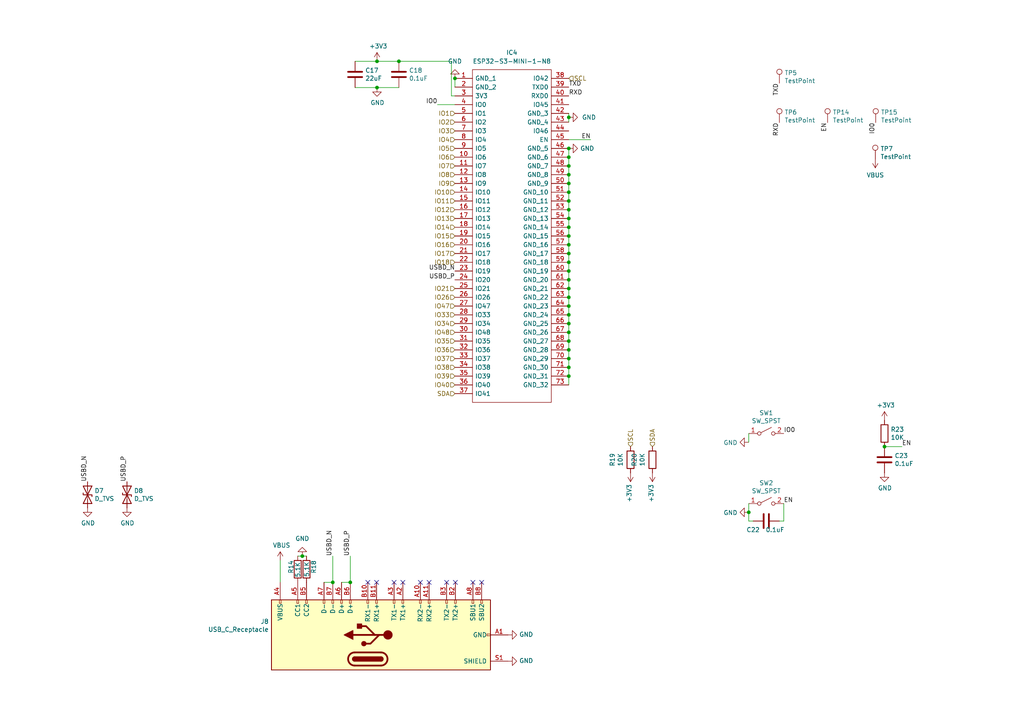
<source format=kicad_sch>
(kicad_sch (version 20211123) (generator eeschema)
  (paper "A4")
  (lib_symbols
    (symbol "Connector:TestPoint" (pin_numbers hide) (pin_names (offset 0.762) hide)
      (property "Reference" "TP" (at 0 6.858 0))
      (property "Value" "TestPoint" (at 0 5.08 0))
      (symbol "TestPoint_0_1"
        (circle (center 0 3.302) (radius 0.762))
      )
      (symbol "TestPoint_1_1"
        (pin passive line (at 0 0 90) (length 2.54) (name "1") (number "1"))
      )
    )
    (symbol "Device:C" (pin_numbers hide) (pin_names (offset 0.254))
      (property "Reference" "C" (at 0.635 2.54 0))
      (property "Value" "C" (at 0.635 -2.54 0))
      (symbol "C_0_1"
        (polyline (pts (xy -2.032 -0.762) (xy 2.032 -0.762)) (stroke (width 0.508)))
        (polyline (pts (xy -2.032 0.762) (xy 2.032 0.762)) (stroke (width 0.508)))
      )
      (symbol "C_1_1"
        (pin passive line (at 0 3.81 270) (length 2.794) (name "~") (number "1"))
        (pin passive line (at 0 -3.81 90) (length 2.794) (name "~") (number "2"))
      )
    )
    (symbol "Device:D_TVS" (pin_numbers hide) (pin_names (offset 1.016) hide)
      (property "Reference" "D" (at 0 2.54 0))
      (property "Value" "D_TVS" (at 0 -2.54 0))
      (symbol "D_TVS_0_1"
        (polyline (pts (xy 1.27 0) (xy -1.27 0)))
        (polyline (pts (xy 0.508 1.27) (xy 0 1.27) (xy 0 -1.27) (xy -0.508 -1.27)) (stroke (width 0.254)))
        (polyline (pts (xy -2.54 1.27) (xy -2.54 -1.27) (xy 2.54 1.27) (xy 2.54 -1.27) (xy -2.54 1.27)) (stroke (width 0.254)))
      )
      (symbol "D_TVS_1_1"
        (pin passive line (at -3.81 0 0) (length 2.54) (name "A1") (number "1"))
        (pin passive line (at 3.81 0 180) (length 2.54) (name "A2") (number "2"))
      )
    )
    (symbol "Device:R" (pin_numbers hide) (pin_names (offset 0))
      (property "Reference" "R" (at 2.032 0 90))
      (property "Value" "R" (at 0 0 90))
      (symbol "R_0_1"
        (rectangle (start -1.016 -2.54) (end 1.016 2.54) (stroke (width 0.254)))
      )
      (symbol "R_1_1"
        (pin passive line (at 0 3.81 270) (length 1.27) (name "~") (number "1"))
        (pin passive line (at 0 -3.81 90) (length 1.27) (name "~") (number "2"))
      )
    )
    (symbol "ESP32-S3-MINI-1-N8:ESP32-S3-MINI-1-N8" (pin_names (offset 0.762))
      (property "Reference" "IC" (at 29.21 7.62 0))
      (property "Value" "ESP32-S3-MINI-1-N8" (at 29.21 5.08 0))
      (symbol "ESP32-S3-MINI-1-N8_0_0"
        (pin passive line (at 0 0 0) (length 5.08) (name "GND_1") (number "1"))
        (pin passive line (at 0 -22.86 0) (length 5.08) (name "IO6") (number "10"))
        (pin passive line (at 0 -25.4 0) (length 5.08) (name "IO7") (number "11"))
        (pin passive line (at 0 -27.94 0) (length 5.08) (name "IO8") (number "12"))
        (pin passive line (at 0 -30.48 0) (length 5.08) (name "IO9") (number "13"))
        (pin passive line (at 0 -33.02 0) (length 5.08) (name "IO10") (number "14"))
        (pin passive line (at 0 -35.56 0) (length 5.08) (name "IO11") (number "15"))
        (pin passive line (at 0 -38.1 0) (length 5.08) (name "IO12") (number "16"))
        (pin passive line (at 0 -40.64 0) (length 5.08) (name "IO13") (number "17"))
        (pin passive line (at 0 -43.18 0) (length 5.08) (name "IO14") (number "18"))
        (pin passive line (at 0 -45.72 0) (length 5.08) (name "IO15") (number "19"))
        (pin passive line (at 0 -2.54 0) (length 5.08) (name "GND_2") (number "2"))
        (pin passive line (at 0 -48.26 0) (length 5.08) (name "IO16") (number "20"))
        (pin passive line (at 0 -50.8 0) (length 5.08) (name "IO17") (number "21"))
        (pin passive line (at 0 -53.34 0) (length 5.08) (name "IO18") (number "22"))
        (pin passive line (at 0 -55.88 0) (length 5.08) (name "IO19") (number "23"))
        (pin passive line (at 0 -58.42 0) (length 5.08) (name "IO20") (number "24"))
        (pin passive line (at 0 -60.96 0) (length 5.08) (name "IO21") (number "25"))
        (pin passive line (at 0 -63.5 0) (length 5.08) (name "IO26") (number "26"))
        (pin passive line (at 0 -66.04 0) (length 5.08) (name "IO47") (number "27"))
        (pin passive line (at 0 -68.58 0) (length 5.08) (name "IO33") (number "28"))
        (pin passive line (at 0 -71.12 0) (length 5.08) (name "IO34") (number "29"))
        (pin passive line (at 0 -5.08 0) (length 5.08) (name "3V3") (number "3"))
        (pin passive line (at 0 -73.66 0) (length 5.08) (name "IO48") (number "30"))
        (pin passive line (at 0 -76.2 0) (length 5.08) (name "IO35") (number "31"))
        (pin passive line (at 0 -78.74 0) (length 5.08) (name "IO36") (number "32"))
        (pin passive line (at 0 -81.28 0) (length 5.08) (name "IO37") (number "33"))
        (pin passive line (at 0 -83.82 0) (length 5.08) (name "IO38") (number "34"))
        (pin passive line (at 0 -86.36 0) (length 5.08) (name "IO39") (number "35"))
        (pin passive line (at 0 -88.9 0) (length 5.08) (name "IO40") (number "36"))
        (pin passive line (at 0 -91.44 0) (length 5.08) (name "IO41") (number "37"))
        (pin passive line (at 33.02 0 180) (length 5.08) (name "IO42") (number "38"))
        (pin passive line (at 33.02 -2.54 180) (length 5.08) (name "TXD0") (number "39"))
        (pin passive line (at 0 -7.62 0) (length 5.08) (name "IO0") (number "4"))
        (pin passive line (at 33.02 -5.08 180) (length 5.08) (name "RXD0") (number "40"))
        (pin passive line (at 33.02 -7.62 180) (length 5.08) (name "IO45") (number "41"))
        (pin passive line (at 33.02 -10.16 180) (length 5.08) (name "GND_3") (number "42"))
        (pin passive line (at 33.02 -12.7 180) (length 5.08) (name "GND_4") (number "43"))
        (pin passive line (at 33.02 -15.24 180) (length 5.08) (name "IO46") (number "44"))
        (pin passive line (at 33.02 -17.78 180) (length 5.08) (name "EN") (number "45"))
        (pin passive line (at 33.02 -20.32 180) (length 5.08) (name "GND_5") (number "46"))
        (pin passive line (at 33.02 -22.86 180) (length 5.08) (name "GND_6") (number "47"))
        (pin passive line (at 33.02 -25.4 180) (length 5.08) (name "GND_7") (number "48"))
        (pin passive line (at 33.02 -27.94 180) (length 5.08) (name "GND_8") (number "49"))
        (pin passive line (at 0 -10.16 0) (length 5.08) (name "IO1") (number "5"))
        (pin passive line (at 33.02 -30.48 180) (length 5.08) (name "GND_9") (number "50"))
        (pin passive line (at 33.02 -33.02 180) (length 5.08) (name "GND_10") (number "51"))
        (pin passive line (at 33.02 -35.56 180) (length 5.08) (name "GND_11") (number "52"))
        (pin passive line (at 33.02 -38.1 180) (length 5.08) (name "GND_12") (number "53"))
        (pin passive line (at 33.02 -40.64 180) (length 5.08) (name "GND_13") (number "54"))
        (pin passive line (at 33.02 -43.18 180) (length 5.08) (name "GND_14") (number "55"))
        (pin passive line (at 33.02 -45.72 180) (length 5.08) (name "GND_15") (number "56"))
        (pin passive line (at 33.02 -48.26 180) (length 5.08) (name "GND_16") (number "57"))
        (pin passive line (at 33.02 -50.8 180) (length 5.08) (name "GND_17") (number "58"))
        (pin passive line (at 33.02 -53.34 180) (length 5.08) (name "GND_18") (number "59"))
        (pin passive line (at 0 -12.7 0) (length 5.08) (name "IO2") (number "6"))
        (pin passive line (at 33.02 -55.88 180) (length 5.08) (name "GND_19") (number "60"))
        (pin passive line (at 33.02 -58.42 180) (length 5.08) (name "GND_20") (number "61"))
        (pin passive line (at 33.02 -60.96 180) (length 5.08) (name "GND_21") (number "62"))
        (pin passive line (at 33.02 -63.5 180) (length 5.08) (name "GND_22") (number "63"))
        (pin passive line (at 33.02 -66.04 180) (length 5.08) (name "GND_23") (number "64"))
        (pin passive line (at 33.02 -68.58 180) (length 5.08) (name "GND_24") (number "65"))
        (pin passive line (at 33.02 -71.12 180) (length 5.08) (name "GND_25") (number "66"))
        (pin passive line (at 33.02 -73.66 180) (length 5.08) (name "GND_26") (number "67"))
        (pin passive line (at 33.02 -76.2 180) (length 5.08) (name "GND_27") (number "68"))
        (pin passive line (at 33.02 -78.74 180) (length 5.08) (name "GND_28") (number "69"))
        (pin passive line (at 0 -15.24 0) (length 5.08) (name "IO3") (number "7"))
        (pin passive line (at 33.02 -81.28 180) (length 5.08) (name "GND_29") (number "70"))
        (pin passive line (at 33.02 -83.82 180) (length 5.08) (name "GND_30") (number "71"))
        (pin passive line (at 33.02 -86.36 180) (length 5.08) (name "GND_31") (number "72"))
        (pin passive line (at 33.02 -88.9 180) (length 5.08) (name "GND_32") (number "73"))
        (pin passive line (at 0 -17.78 0) (length 5.08) (name "IO4") (number "8"))
        (pin passive line (at 0 -20.32 0) (length 5.08) (name "IO5") (number "9"))
      )
      (symbol "ESP32-S3-MINI-1-N8_0_1"
        (polyline (pts (xy 5.08 2.54) (xy 27.94 2.54) (xy 27.94 -93.98) (xy 5.08 -93.98) (xy 5.08 2.54)) (stroke (width 0.1524)))
      )
    )
    (symbol "SmallKat-v2-rescue:+3.3V-power" (power) (pin_names (offset 0))
      (property "Value" "+3.3V-power" (at 0 3.556 0))
      (symbol "+3.3V-power_0_1"
        (polyline (pts (xy -0.762 1.27) (xy 0 2.54)))
        (polyline (pts (xy 0 0) (xy 0 2.54)))
        (polyline (pts (xy 0 2.54) (xy 0.762 1.27)))
      )
      (symbol "+3.3V-power_1_1"
        (pin power_in line (at 0 0 90) (length 0) hide (name "+3V3") (number "1"))
      )
    )
    (symbol "SmallKat-v2-rescue:USB_C_Receptacle-Connector-SmallKat-v2-rescue-SmallKat-v2-rescue-SmallKat-v2-rescue-SmallKat-v2-rescue-SmallKat-v2-rescue-SmallKat-v2-rescue-SmallKat-v2-rescue-SmallKat-v2-rescue-SmallKat-v2-rescue-SmallKat-v2-rescue-SmallKat-v2-rescue-SmallKat-v2-rescue-SmallKat-v2-rescue-SmallKat-v2-rescue" (pin_names (offset 1.016))
      (property "Reference" "J" (at -10.16 29.21 0))
      (property "Value" "SmallKat-v2-rescue_USB_C_Receptacle-Connector-SmallKat-v2-rescue-SmallKat-v2-rescue-SmallKat-v2-rescue-SmallKat-v2-rescue-SmallKat-v2-rescue-SmallKat-v2-rescue-SmallKat-v2-rescue-SmallKat-v2-rescue-SmallKat-v2-rescue-SmallKat-v2-rescue-SmallKat-v2-rescue-SmallKat-v2-rescue-SmallKat-v2-rescue-SmallKat-v2-rescue" (at 10.16 29.21 0))
      (symbol "USB_C_Receptacle-Connector-SmallKat-v2-rescue-SmallKat-v2-rescue-SmallKat-v2-rescue-SmallKat-v2-rescue-SmallKat-v2-rescue-SmallKat-v2-rescue-SmallKat-v2-rescue-SmallKat-v2-rescue-SmallKat-v2-rescue-SmallKat-v2-rescue-SmallKat-v2-rescue-SmallKat-v2-rescue-SmallKat-v2-rescue-SmallKat-v2-rescue_0_0"
        (rectangle (start -0.254 -35.56) (end 0.254 -34.544))
        (rectangle (start 10.16 -32.766) (end 9.144 -33.274))
        (rectangle (start 10.16 -30.226) (end 9.144 -30.734))
        (rectangle (start 10.16 -25.146) (end 9.144 -25.654))
        (rectangle (start 10.16 -22.606) (end 9.144 -23.114))
        (rectangle (start 10.16 -17.526) (end 9.144 -18.034))
        (rectangle (start 10.16 -14.986) (end 9.144 -15.494))
        (rectangle (start 10.16 -9.906) (end 9.144 -10.414))
        (rectangle (start 10.16 -7.366) (end 9.144 -7.874))
        (rectangle (start 10.16 -2.286) (end 9.144 -2.794))
        (rectangle (start 10.16 0.254) (end 9.144 -0.254))
        (rectangle (start 10.16 5.334) (end 9.144 4.826))
        (rectangle (start 10.16 7.874) (end 9.144 7.366))
        (rectangle (start 10.16 10.414) (end 9.144 9.906))
        (rectangle (start 10.16 12.954) (end 9.144 12.446))
        (rectangle (start 10.16 18.034) (end 9.144 17.526))
        (rectangle (start 10.16 20.574) (end 9.144 20.066))
        (rectangle (start 10.16 25.654) (end 9.144 25.146))
      )
      (symbol "USB_C_Receptacle-Connector-SmallKat-v2-rescue-SmallKat-v2-rescue-SmallKat-v2-rescue-SmallKat-v2-rescue-SmallKat-v2-rescue-SmallKat-v2-rescue-SmallKat-v2-rescue-SmallKat-v2-rescue-SmallKat-v2-rescue-SmallKat-v2-rescue-SmallKat-v2-rescue-SmallKat-v2-rescue-SmallKat-v2-rescue-SmallKat-v2-rescue_0_1"
        (rectangle (start -10.16 27.94) (end 10.16 -35.56) (stroke (width 0.254)) (fill (type background)))
        (arc (start -8.89 -3.81) (mid -6.985 -5.715) (end -5.08 -3.81) (stroke (width 0.508)))
        (arc (start -7.62 -3.81) (mid -6.985 -4.445) (end -6.35 -3.81) (stroke (width 0.254)))
        (arc (start -7.62 -3.81) (mid -6.985 -4.445) (end -6.35 -3.81) (stroke (width 0.254)) (fill (type outline)))
        (rectangle (start -7.62 -3.81) (end -6.35 3.81) (stroke (width 0.254)) (fill (type outline)))
        (arc (start -6.35 3.81) (mid -6.985 4.445) (end -7.62 3.81) (stroke (width 0.254)))
        (arc (start -6.35 3.81) (mid -6.985 4.445) (end -7.62 3.81) (stroke (width 0.254)) (fill (type outline)))
        (arc (start -5.08 3.81) (mid -6.985 5.715) (end -8.89 3.81) (stroke (width 0.508)))
        (polyline (pts (xy -8.89 -3.81) (xy -8.89 3.81)) (stroke (width 0.508)))
        (polyline (pts (xy -5.08 3.81) (xy -5.08 -3.81)) (stroke (width 0.508)))
      )
      (symbol "USB_C_Receptacle-Connector-SmallKat-v2-rescue-SmallKat-v2-rescue-SmallKat-v2-rescue-SmallKat-v2-rescue-SmallKat-v2-rescue-SmallKat-v2-rescue-SmallKat-v2-rescue-SmallKat-v2-rescue-SmallKat-v2-rescue-SmallKat-v2-rescue-SmallKat-v2-rescue-SmallKat-v2-rescue-SmallKat-v2-rescue-SmallKat-v2-rescue_1_1"
        (circle (center -2.54 1.143) (radius 0.635) (stroke (width 0.254)) (fill (type outline)))
        (circle (center 0 -5.842) (radius 1.27) (fill (type outline)))
        (polyline (pts (xy 0 -5.842) (xy 0 4.318)) (stroke (width 0.508)))
        (polyline (pts (xy 0 -3.302) (xy -2.54 -0.762) (xy -2.54 0.508)) (stroke (width 0.508)))
        (polyline (pts (xy 0 -2.032) (xy 2.54 0.508) (xy 2.54 1.778)) (stroke (width 0.508)))
        (polyline (pts (xy -1.27 4.318) (xy 0 6.858) (xy 1.27 4.318) (xy -1.27 4.318)) (stroke (width 0.254)) (fill (type outline)))
        (rectangle (start 1.905 1.778) (end 3.175 3.048) (stroke (width 0.254)) (fill (type outline)))
        (pin power_in line (at 0 -40.64 90) (length 5.08) (name "GND") (number "A1"))
        (pin bidirectional line (at 15.24 -15.24 180) (length 5.08) (name "RX2-") (number "A10"))
        (pin bidirectional line (at 15.24 -17.78 180) (length 5.08) (name "RX2+") (number "A11"))
        (pin passive line (at 0 -40.64 90) (length 5.08) hide (name "GND") (number "A12"))
        (pin bidirectional line (at 15.24 -10.16 180) (length 5.08) (name "TX1+") (number "A2"))
        (pin bidirectional line (at 15.24 -7.62 180) (length 5.08) (name "TX1-") (number "A3"))
        (pin power_in line (at 15.24 25.4 180) (length 5.08) (name "VBUS") (number "A4"))
        (pin bidirectional line (at 15.24 20.32 180) (length 5.08) (name "CC1") (number "A5"))
        (pin bidirectional line (at 15.24 7.62 180) (length 5.08) (name "D+") (number "A6"))
        (pin bidirectional line (at 15.24 12.7 180) (length 5.08) (name "D-") (number "A7"))
        (pin bidirectional line (at 15.24 -30.48 180) (length 5.08) (name "SBU1") (number "A8"))
        (pin passive line (at 15.24 25.4 180) (length 5.08) hide (name "VBUS") (number "A9"))
        (pin passive line (at 0 -40.64 90) (length 5.08) hide (name "GND") (number "B1"))
        (pin bidirectional line (at 15.24 0 180) (length 5.08) (name "RX1-") (number "B10"))
        (pin bidirectional line (at 15.24 -2.54 180) (length 5.08) (name "RX1+") (number "B11"))
        (pin passive line (at 0 -40.64 90) (length 5.08) hide (name "GND") (number "B12"))
        (pin bidirectional line (at 15.24 -25.4 180) (length 5.08) (name "TX2+") (number "B2"))
        (pin bidirectional line (at 15.24 -22.86 180) (length 5.08) (name "TX2-") (number "B3"))
        (pin passive line (at 15.24 25.4 180) (length 5.08) hide (name "VBUS") (number "B4"))
        (pin bidirectional line (at 15.24 17.78 180) (length 5.08) (name "CC2") (number "B5"))
        (pin bidirectional line (at 15.24 5.08 180) (length 5.08) (name "D+") (number "B6"))
        (pin bidirectional line (at 15.24 10.16 180) (length 5.08) (name "D-") (number "B7"))
        (pin bidirectional line (at 15.24 -33.02 180) (length 5.08) (name "SBU2") (number "B8"))
        (pin passive line (at 15.24 25.4 180) (length 5.08) hide (name "VBUS") (number "B9"))
        (pin passive line (at -7.62 -40.64 90) (length 5.08) (name "SHIELD") (number "S1"))
      )
    )
    (symbol "Switch:SW_SPST" (pin_names (offset 0) hide)
      (property "Reference" "SW" (at 0 3.175 0))
      (property "Value" "SW_SPST" (at 0 -2.54 0))
      (symbol "SW_SPST_0_0"
        (circle (center -2.032 0) (radius 0.508))
        (polyline (pts (xy -1.524 0.254) (xy 1.524 1.778)))
        (circle (center 2.032 0) (radius 0.508))
      )
      (symbol "SW_SPST_1_1"
        (pin passive line (at -5.08 0 0) (length 2.54) (name "A") (number "1"))
        (pin passive line (at 5.08 0 180) (length 2.54) (name "B") (number "2"))
      )
    )
    (symbol "power:GND" (power) (pin_names (offset 0))
      (property "Value" "GND" (at 0 -3.81 0))
      (symbol "GND_0_1"
        (polyline (pts (xy 0 0) (xy 0 -1.27) (xy 1.27 -1.27) (xy 0 -2.54) (xy -1.27 -1.27) (xy 0 -1.27)))
      )
      (symbol "GND_1_1"
        (pin power_in line (at 0 0 270) (length 0) hide (name "GND") (number "1"))
      )
    )
    (symbol "power:VBUS" (power) (pin_names (offset 0))
      (property "Value" "VBUS" (at 0 3.81 0))
      (symbol "VBUS_0_1"
        (polyline (pts (xy -0.762 1.27) (xy 0 2.54)))
        (polyline (pts (xy 0 0) (xy 0 2.54)))
        (polyline (pts (xy 0 2.54) (xy 0.762 1.27)))
      )
      (symbol "VBUS_1_1"
        (pin power_in line (at 0 0 90) (length 0) hide (name "VBUS") (number "1"))
      )
    )
  )
  (junction (at 164.973 60.833))
  (junction (at 164.973 76.073))
  (junction (at 164.973 58.293))
  (junction (at 164.973 88.773))
  (junction (at 164.973 104.013))
  (junction (at 115.697 17.78))
  (junction (at 131.953 22.733))
  (junction (at 164.973 68.453))
  (junction (at 164.973 106.553))
  (junction (at 164.973 109.093))
  (junction (at 164.973 53.213))
  (junction (at 164.973 96.393))
  (junction (at 164.973 101.473))
  (junction (at 164.973 83.693))
  (junction (at 164.973 78.613))
  (junction (at 164.973 55.753))
  (junction (at 164.973 98.933))
  (junction (at 101.6 168.91))
  (junction (at 109.347 25.4))
  (junction (at 164.973 73.533))
  (junction (at 164.973 43.053))
  (junction (at 164.973 93.853))
  (junction (at 87.6808 161.29))
  (junction (at 164.973 86.233))
  (junction (at 164.973 81.153))
  (junction (at 164.973 63.373))
  (junction (at 164.973 91.313))
  (junction (at 164.973 34.036))
  (junction (at 164.973 48.133))
  (junction (at 217.17 148.59))
  (junction (at 164.973 45.593))
  (junction (at 164.973 65.913))
  (junction (at 164.973 70.993))
  (junction (at 96.52 168.91))
  (junction (at 109.347 17.78))
  (junction (at 256.54 129.54))
  (junction (at 164.973 50.673))
  (no_connect (at 106.68 168.91))
  (no_connect (at 129.54 168.91))
  (no_connect (at 124.46 168.91))
  (no_connect (at 132.08 168.91))
  (no_connect (at 109.22 168.91))
  (no_connect (at 121.92 168.91))
  (no_connect (at 137.16 168.91))
  (no_connect (at 139.7 168.91))
  (no_connect (at 116.84 168.91))
  (no_connect (at 114.3 168.91))
  (wire (pts (xy 164.973 81.153) (xy 164.973 83.693)))
  (wire (pts (xy 164.973 101.473) (xy 164.973 104.013)))
  (wire (pts (xy 164.973 40.513) (xy 171.323 40.513)))
  (wire (pts (xy 164.973 106.553) (xy 164.973 109.093)))
  (wire (pts (xy 131.953 22.733) (xy 131.953 25.273)))
  (wire (pts (xy 164.973 48.133) (xy 164.973 50.673)))
  (wire (pts (xy 109.347 17.78) (xy 115.697 17.78)))
  (wire (pts (xy 164.973 45.593) (xy 164.973 48.133)))
  (wire (pts (xy 164.973 83.693) (xy 164.973 86.233)))
  (wire (pts (xy 101.6 161.29) (xy 101.6 168.91)))
  (wire (pts (xy 164.973 53.213) (xy 164.973 55.753)))
  (wire (pts (xy 164.973 58.293) (xy 164.973 60.833)))
  (wire (pts (xy 256.54 129.54) (xy 261.62 129.54)))
  (wire (pts (xy 217.17 151.13) (xy 218.44 151.13)))
  (wire (pts (xy 164.973 91.313) (xy 164.973 93.853)))
  (wire (pts (xy 102.997 17.78) (xy 109.347 17.78)))
  (wire (pts (xy 81.28 168.91) (xy 81.28 162.56)))
  (wire (pts (xy 217.17 146.05) (xy 217.17 148.59)))
  (wire (pts (xy 164.973 63.373) (xy 164.973 65.913)))
  (wire (pts (xy 96.52 161.29) (xy 96.52 168.91)))
  (wire (pts (xy 164.973 76.073) (xy 164.973 78.613)))
  (wire (pts (xy 164.973 55.753) (xy 164.973 58.293)))
  (wire (pts (xy 217.17 148.59) (xy 217.17 151.13)))
  (wire (pts (xy 131.953 30.353) (xy 126.873 30.353)))
  (wire (pts (xy 227.33 146.05) (xy 227.33 151.13)))
  (wire (pts (xy 115.697 25.4) (xy 109.347 25.4)))
  (wire (pts (xy 130.937 27.813) (xy 131.953 27.813)))
  (wire (pts (xy 164.973 65.913) (xy 164.973 68.453)))
  (wire (pts (xy 164.973 50.673) (xy 164.973 53.213)))
  (wire (pts (xy 164.973 70.993) (xy 164.973 73.533)))
  (wire (pts (xy 164.973 78.613) (xy 164.973 81.153)))
  (wire (pts (xy 87.6808 161.29) (xy 88.9 161.29)))
  (wire (pts (xy 99.06 168.91) (xy 101.6 168.91)))
  (wire (pts (xy 227.33 151.13) (xy 226.06 151.13)))
  (wire (pts (xy 164.973 43.053) (xy 164.973 45.593)))
  (wire (pts (xy 164.973 88.773) (xy 164.973 91.313)))
  (wire (pts (xy 96.52 168.91) (xy 93.98 168.91)))
  (wire (pts (xy 164.973 98.933) (xy 164.973 101.473)))
  (wire (pts (xy 164.973 93.853) (xy 164.973 96.393)))
  (wire (pts (xy 164.973 104.013) (xy 164.973 106.553)))
  (wire (pts (xy 164.973 68.453) (xy 164.973 70.993)))
  (wire (pts (xy 164.973 109.093) (xy 164.973 111.633)))
  (wire (pts (xy 164.973 86.233) (xy 164.973 88.773)))
  (wire (pts (xy 164.973 60.833) (xy 164.973 63.373)))
  (wire (pts (xy 86.36 161.29) (xy 87.6808 161.29)))
  (wire (pts (xy 164.973 32.893) (xy 164.973 34.036)))
  (wire (pts (xy 164.973 73.533) (xy 164.973 76.073)))
  (wire (pts (xy 164.973 34.036) (xy 164.973 35.433)))
  (wire (pts (xy 217.17 125.73) (xy 217.17 128.27)))
  (wire (pts (xy 164.973 96.393) (xy 164.973 98.933)))
  (wire (pts (xy 130.937 17.78) (xy 115.697 17.78)))
  (wire (pts (xy 109.347 25.4) (xy 102.997 25.4)))
  (wire (pts (xy 130.937 17.78) (xy 130.937 27.813)))
  (label "IO0" (at 227.33 125.73 0))
  (label "USBD_N" (at 131.953 78.613 180))
  (label "USBD_P" (at 101.6 161.29 90))
  (label "IO0" (at 254 35.56 270))
  (label "EN" (at 171.323 40.513 180))
  (label "USBD_N" (at 25.4 139.7 90))
  (label "USBD_N" (at 96.52 161.29 90))
  (label "EN" (at 240.03 35.56 270))
  (label "IO0" (at 126.873 30.353 180))
  (label "RXD" (at 226.06 35.56 270))
  (label "TXD" (at 226.06 24.13 270))
  (label "EN" (at 261.62 129.54 0))
  (label "RXD" (at 164.973 27.813 0))
  (label "TXD" (at 164.973 25.273 0))
  (label "USBD_P" (at 131.953 81.153 180))
  (label "EN" (at 227.33 146.05 0))
  (label "USBD_P" (at 36.83 139.7 90))
  (hierarchical_label "IO8" (shape input) (at 131.953 50.673 180))
  (hierarchical_label "IO39" (shape input) (at 131.953 109.093 180))
  (hierarchical_label "IO37" (shape input) (at 131.953 104.013 180))
  (hierarchical_label "IO36" (shape input) (at 131.953 101.473 180))
  (hierarchical_label "IO18" (shape input) (at 131.953 76.073 180))
  (hierarchical_label "IO1" (shape input) (at 131.953 32.893 180))
  (hierarchical_label "IO35" (shape input) (at 131.953 98.933 180))
  (hierarchical_label "IO38" (shape input) (at 131.953 106.553 180))
  (hierarchical_label "SCL" (shape input) (at 164.973 22.733 0))
  (hierarchical_label "IO16" (shape input) (at 131.953 70.993 180))
  (hierarchical_label "IO34" (shape input) (at 131.953 93.853 180))
  (hierarchical_label "IO12" (shape input) (at 131.953 60.833 180))
  (hierarchical_label "IO48" (shape input) (at 131.953 96.393 180))
  (hierarchical_label "SDA" (shape input) (at 189.23 129.54 90))
  (hierarchical_label "SCL" (shape input) (at 182.88 129.54 90))
  (hierarchical_label "IO2" (shape input) (at 131.953 35.433 180))
  (hierarchical_label "IO15" (shape input) (at 131.953 68.453 180))
  (hierarchical_label "IO40" (shape input) (at 131.953 111.633 180))
  (hierarchical_label "IO4" (shape input) (at 131.953 40.513 180))
  (hierarchical_label "IO3" (shape input) (at 131.953 37.973 180))
  (hierarchical_label "IO6" (shape input) (at 131.953 45.593 180))
  (hierarchical_label "SDA" (shape input) (at 131.953 114.173 180))
  (hierarchical_label "IO11" (shape input) (at 131.953 58.293 180))
  (hierarchical_label "IO33" (shape input) (at 131.953 91.313 180))
  (hierarchical_label "IO5" (shape input) (at 131.953 43.053 180))
  (hierarchical_label "IO17" (shape input) (at 131.953 73.533 180))
  (hierarchical_label "IO10" (shape input) (at 131.953 55.753 180))
  (hierarchical_label "IO47" (shape input) (at 131.953 88.773 180))
  (hierarchical_label "IO9" (shape input) (at 131.953 53.213 180))
  (hierarchical_label "IO13" (shape input) (at 131.953 63.373 180))
  (hierarchical_label "IO26" (shape input) (at 131.953 86.233 180))
  (hierarchical_label "IO7" (shape input) (at 131.953 48.133 180))
  (hierarchical_label "IO14" (shape input) (at 131.953 65.913 180))
  (hierarchical_label "IO21" (shape input) (at 131.953 83.693 180))
  (symbol (lib_id "Connector:TestPoint") (at 226.06 24.13 0) (unit 1)
    (property "Reference" "TP5" (at 227.5332 21.1328 0) (effects (justify left)))
    (property "Value" "TestPoint" (at 227.5332 23.4442 0) (effects (justify left)))
    (property "Footprint" "TestPoint:TestPoint_Pad_D2.0mm" (effects hide))
  )
  (symbol (lib_id "Connector:TestPoint") (at 226.06 35.56 0) (unit 1)
    (property "Reference" "TP6" (at 227.5332 32.5628 0) (effects (justify left)))
    (property "Value" "TestPoint" (at 227.5332 34.8742 0) (effects (justify left)))
    (property "Footprint" "TestPoint:TestPoint_Pad_D2.0mm" (effects hide))
  )
  (symbol (lib_id "Device:D_TVS") (at 25.4 143.51 270) (unit 1)
    (property "Reference" "D7" (at 27.4066 142.3416 90) (effects (justify left)))
    (property "Value" "D_TVS" (at 27.4066 144.653 90) (effects (justify left)))
    (property "Footprint" "Diode_SMD:D_SOD-523" (effects hide))
  )
  (symbol (lib_id "power:GND") (at 25.4 147.32 0) (unit 1)
    (property "Reference" "#PWR0138" (effects hide))
    (property "Value" "GND" (at 25.527 151.7142 0))
  )
  (symbol (lib_id "Device:D_TVS") (at 36.83 143.51 270) (unit 1)
    (property "Reference" "D8" (at 38.8366 142.3416 90) (effects (justify left)))
    (property "Value" "D_TVS" (at 38.8366 144.653 90) (effects (justify left)))
    (property "Footprint" "Diode_SMD:D_SOD-523" (effects hide))
  )
  (symbol (lib_id "power:GND") (at 36.83 147.32 0) (unit 1)
    (property "Reference" "#PWR0139" (effects hide))
    (property "Value" "GND" (at 36.957 151.7142 0))
  )
  (symbol (lib_id "power:GND") (at 147.32 184.15 90) (unit 1)
    (property "Reference" "#PWR0140" (effects hide))
    (property "Value" "GND" (at 150.5712 184.023 90) (effects (justify right)))
  )
  (symbol (lib_id "power:GND") (at 147.32 191.77 90) (unit 1)
    (property "Reference" "#PWR0141" (effects hide))
    (property "Value" "GND" (at 150.5712 191.643 90) (effects (justify right)))
  )
  (symbol (lib_id "power:GND") (at 217.17 128.27 270) (unit 1)
    (property "Reference" "#PWR0142" (effects hide))
    (property "Value" "GND" (at 213.9188 128.397 90) (effects (justify right)))
  )
  (symbol (lib_id "Device:C") (at 222.25 151.13 270) (unit 1)
    (property "Reference" "C22" (at 218.44 153.67 90))
    (property "Value" "0.1uF" (at 224.79 153.67 90))
    (property "Footprint" "Capacitor_SMD:C_0402_1005Metric" (effects hide))
  )
  (symbol (lib_id "power:GND") (at 217.17 148.59 270) (unit 1)
    (property "Reference" "#PWR0143" (effects hide))
    (property "Value" "GND" (at 213.9188 148.717 90) (effects (justify right)))
  )
  (symbol (lib_id "Device:C") (at 256.54 133.35 0) (unit 1)
    (property "Reference" "C23" (at 259.461 132.1816 0) (effects (justify left)))
    (property "Value" "0.1uF" (at 259.461 134.493 0) (effects (justify left)))
    (property "Footprint" "Capacitor_SMD:C_0402_1005Metric" (effects hide))
  )
  (symbol (lib_id "Device:R") (at 256.54 125.73 0) (unit 1)
    (property "Reference" "R23" (at 258.318 124.5616 0) (effects (justify left)))
    (property "Value" "10K" (at 258.318 126.873 0) (effects (justify left)))
    (property "Footprint" "Resistor_SMD:R_0402_1005Metric" (effects hide))
  )
  (symbol (lib_id "SmallKat-v2-rescue:+3.3V-power") (at 256.54 121.92 0) (unit 1)
    (property "Reference" "#PWR0144" (effects hide))
    (property "Value" "+3.3V" (at 256.921 117.5258 0))
  )
  (symbol (lib_id "power:GND") (at 256.54 137.16 0) (unit 1)
    (property "Reference" "#PWR0145" (effects hide))
    (property "Value" "GND" (at 256.667 141.5542 0))
  )
  (symbol (lib_id "Device:C") (at 115.697 21.59 0) (unit 1)
    (property "Reference" "C18" (at 118.618 20.4216 0) (effects (justify left)))
    (property "Value" "0.1uF" (at 118.618 22.733 0) (effects (justify left)))
    (property "Footprint" "Capacitor_SMD:C_0402_1005Metric" (effects hide))
  )
  (symbol (lib_id "Device:C") (at 102.997 21.59 0) (unit 1)
    (property "Reference" "C17" (at 105.918 20.4216 0) (effects (justify left)))
    (property "Value" "22uF" (at 105.918 22.733 0) (effects (justify left)))
    (property "Footprint" "Capacitor_SMD:C_0805_2012Metric" (effects hide))
  )
  (symbol (lib_id "power:GND") (at 109.347 25.4 0) (unit 1)
    (property "Reference" "#PWR0146" (effects hide))
    (property "Value" "GND" (at 109.474 29.7942 0))
  )
  (symbol (lib_id "SmallKat-v2-rescue:+3.3V-power") (at 109.347 17.78 0) (unit 1)
    (property "Reference" "#PWR0147" (effects hide))
    (property "Value" "+3.3V" (at 109.728 13.3858 0))
  )
  (symbol (lib_id "Switch:SW_SPST") (at 222.25 125.73 0) (unit 1)
    (property "Reference" "SW1" (at 222.25 119.761 0))
    (property "Value" "SW_SPST" (at 222.25 122.0724 0))
    (property "Footprint" "Button_Switch_SMD:SW_SPST_EVQPE1" (effects hide))
  )
  (symbol (lib_id "Switch:SW_SPST") (at 222.25 146.05 0) (unit 1)
    (property "Reference" "SW2" (at 222.25 140.081 0))
    (property "Value" "SW_SPST" (at 222.25 142.3924 0))
    (property "Footprint" "Button_Switch_SMD:SW_SPST_EVQPE1" (effects hide))
  )
  (symbol (lib_id "SmallKat-v2-rescue:USB_C_Receptacle-Connector-SmallKat-v2-rescue-SmallKat-v2-rescue-SmallKat-v2-rescue-SmallKat-v2-rescue-SmallKat-v2-rescue-SmallKat-v2-rescue-SmallKat-v2-rescue-SmallKat-v2-rescue-SmallKat-v2-rescue-SmallKat-v2-rescue-SmallKat-v2-rescue-SmallKat-v2-rescue-SmallKat-v2-rescue-SmallKat-v2-rescue") (at 106.68 184.15 90) (unit 1)
    (property "Reference" "J8" (at 77.978 180.2638 90) (effects (justify left)))
    (property "Value" "USB_C_Receptacle" (at 77.978 182.5752 90) (effects (justify left)))
    (property "Footprint" "C167321:C167321" (effects hide))
    (property "Datasheet" "https://www.usb.org/sites/default/files/documents/usb_type-c.zip" (effects hide))
  )
  (symbol (lib_id "power:VBUS") (at 81.28 162.56 0) (unit 1)
    (property "Reference" "#PWR0152" (effects hide))
    (property "Value" "VBUS" (at 81.661 158.1658 0))
  )
  (symbol (lib_id "Device:R") (at 182.88 133.35 0) (unit 1)
    (property "Reference" "R19" (at 177.6222 133.35 90))
    (property "Value" "10K" (at 179.9336 133.35 90))
    (property "Footprint" "Resistor_SMD:R_0402_1005Metric" (effects hide))
  )
  (symbol (lib_id "Device:R") (at 189.23 133.35 0) (unit 1)
    (property "Reference" "R20" (at 183.9722 133.35 90))
    (property "Value" "10K" (at 186.2836 133.35 90))
    (property "Footprint" "Resistor_SMD:R_0402_1005Metric" (effects hide))
  )
  (symbol (lib_id "SmallKat-v2-rescue:+3.3V-power") (at 182.88 137.16 180) (unit 1)
    (property "Reference" "#PWR0150" (effects hide))
    (property "Value" "+3.3V" (at 182.499 140.4112 90) (effects (justify left)))
  )
  (symbol (lib_id "SmallKat-v2-rescue:+3.3V-power") (at 189.23 137.16 180) (unit 1)
    (property "Reference" "#PWR0151" (effects hide))
    (property "Value" "+3.3V" (at 188.849 140.4112 90) (effects (justify left)))
  )
  (symbol (lib_id "Connector:TestPoint") (at 240.03 35.56 0) (unit 1)
    (property "Reference" "TP14" (at 241.5032 32.5628 0) (effects (justify left)))
    (property "Value" "TestPoint" (at 241.5032 34.8742 0) (effects (justify left)))
    (property "Footprint" "TestPoint:TestPoint_Pad_D2.0mm" (effects hide))
  )
  (symbol (lib_id "Connector:TestPoint") (at 254 35.56 0) (unit 1)
    (property "Reference" "TP15" (at 255.4732 32.5628 0) (effects (justify left)))
    (property "Value" "TestPoint" (at 255.4732 34.8742 0) (effects (justify left)))
    (property "Footprint" "TestPoint:TestPoint_Pad_D2.0mm" (effects hide))
  )
  (symbol (lib_id "ESP32-S3-MINI-1-N8:ESP32-S3-MINI-1-N8") (at 131.953 22.733 0) (unit 1)
    (property "Reference" "IC4" (at 148.463 15.24 0))
    (property "Value" "ESP32-S3-MINI-1-N8" (at 148.463 17.78 0))
    (property "Footprint" "ESP32-s3-wroom-mini:ESP32S3MINI1N8" (effects hide))
    (property "Datasheet" "https://www.espressif.com/sites/default/files/documentation/esp32-s3-mini-1_mini-1u_datasheet_en.pdf" (effects hide))
    (property "Description" "WiFi Development Tools - 802.11 [Engineering Samples] SMD Module, ESP32-S3FN8, 8 MB SPI Flash, PCB Antenna" (effects hide))
    (property "Height" "2.55" (effects hide))
    (property "Manufacturer_Name" "Espressif Systems" (effects hide))
    (property "Manufacturer_Part_Number" "ESP32-S3-MINI-1-N8" (effects hide))
    (property "Mouser Part Number" "356-ESP32-S3-MINI1N8" (effects hide))
    (property "Mouser Price/Stock" "https://www.mouser.co.uk/ProductDetail/Espressif-Systems/ESP32-S3-MINI-1-N8?qs=XAiT9M5g4x82rl6F%2FIYUQg%3D%3D" (effects hide))
  )
  (symbol (lib_id "power:GND") (at 164.973 43.053 90) (unit 1)
    (property "Reference" "#PWR0148" (effects hide))
    (property "Value" "GND" (at 168.275 43.0529 90) (effects (justify right)))
  )
  (symbol (lib_id "Device:R") (at 86.36 165.1 0) (unit 1)
    (property "Reference" "R14" (at 84.4042 166.3954 90) (effects (justify left)))
    (property "Value" "5.1K" (at 86.3854 167.513 90) (effects (justify left)))
    (property "Footprint" "Resistor_SMD:R_0402_1005Metric" (effects hide))
  )
  (symbol (lib_id "Device:R") (at 88.9 165.1 0) (unit 1)
    (property "Reference" "R18" (at 90.9828 166.3954 90) (effects (justify left)))
    (property "Value" "5.1K" (at 88.9762 167.386 90) (effects (justify left)))
    (property "Footprint" "Resistor_SMD:R_0402_1005Metric" (effects hide))
  )
  (symbol (lib_id "Connector:TestPoint") (at 253.873 46.1518 0) (unit 1)
    (property "Reference" "TP7" (at 255.3462 43.1546 0) (effects (justify left)))
    (property "Value" "TestPoint" (at 255.3462 45.466 0) (effects (justify left)))
    (property "Footprint" "TestPoint:TestPoint_Pad_D2.0mm" (effects hide))
  )
  (symbol (lib_id "power:VBUS") (at 253.873 46.1518 180) (unit 1)
    (property "Reference" "#PWR0155" (effects hide))
    (property "Value" "VBUS" (at 253.873 50.8 0))
  )
  (symbol (lib_id "power:GND") (at 131.953 22.733 180) (unit 1)
    (property "Reference" "#PWR0149" (effects hide))
    (property "Value" "GND" (at 131.953 17.78 0))
  )
  (symbol (lib_id "power:GND") (at 87.6808 161.29 180) (unit 1)
    (property "Reference" "#PWR0154" (effects hide))
    (property "Value" "GND" (at 87.6808 156.21 0))
  )
  (symbol (lib_id "power:GND") (at 164.973 34.036 90) (unit 1)
    (property "Reference" "#PWR0153" (effects hide))
    (property "Value" "GND" (at 168.783 34.0359 90) (effects (justify right)))
  )
)
</source>
